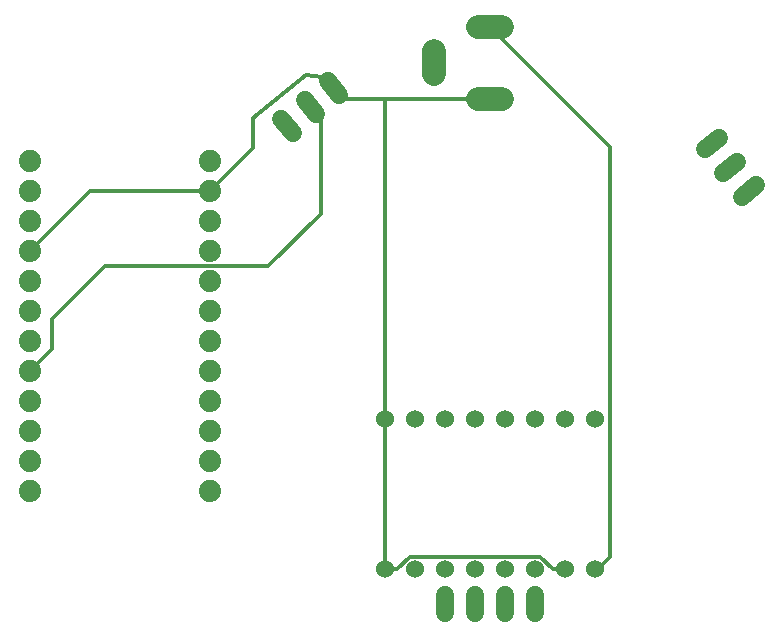
<source format=gbr>
G04 EAGLE Gerber RS-274X export*
G75*
%MOMM*%
%FSLAX34Y34*%
%LPD*%
%INBottom Copper*%
%IPPOS*%
%AMOC8*
5,1,8,0,0,1.08239X$1,22.5*%
G01*
%ADD10C,1.879600*%
%ADD11C,1.524000*%
%ADD12C,2.000000*%
%ADD13C,1.524000*%
%ADD14C,0.304800*%


D10*
X-389890Y132080D03*
X-389890Y106680D03*
X-389890Y81280D03*
X-389890Y55880D03*
X-389890Y30480D03*
X-389890Y5080D03*
X-389890Y-20320D03*
X-389890Y-45720D03*
X-389890Y-71120D03*
X-389890Y-96520D03*
X-389890Y-121920D03*
X-389890Y-147320D03*
X-237490Y-147320D03*
X-237490Y-121920D03*
X-237490Y-96520D03*
X-237490Y-71120D03*
X-237490Y-45720D03*
X-237490Y-20320D03*
X-237490Y5080D03*
X-237490Y30480D03*
X-237490Y55880D03*
X-237490Y81280D03*
X-237490Y106680D03*
X-237490Y132080D03*
D11*
X88900Y-86360D03*
X63500Y-86360D03*
X38100Y-86360D03*
X12700Y-86360D03*
X-12700Y-86360D03*
X-38100Y-86360D03*
X-63500Y-86360D03*
X-88900Y-86360D03*
X-88900Y-213360D03*
X-63500Y-213360D03*
X-38100Y-213360D03*
X-12700Y-213360D03*
X12700Y-213360D03*
X38100Y-213360D03*
X63500Y-213360D03*
X88900Y-213360D03*
D12*
X10000Y184900D02*
X-10000Y184900D01*
X-10000Y245900D02*
X10000Y245900D01*
X-48000Y225900D02*
X-48000Y205900D01*
D13*
X212790Y102276D02*
X224816Y111638D01*
X209213Y131681D02*
X197187Y122319D01*
X181584Y142362D02*
X193610Y151724D01*
X38100Y-234950D02*
X38100Y-250190D01*
X12700Y-250190D02*
X12700Y-234950D01*
X-12700Y-234950D02*
X-12700Y-250190D01*
X-38100Y-250190D02*
X-38100Y-234950D01*
X-127918Y187991D02*
X-137571Y199785D01*
X-157226Y183697D02*
X-147574Y171903D01*
X-167229Y155815D02*
X-176882Y167609D01*
D14*
X-88900Y-86360D02*
X-88900Y-213360D01*
X-200636Y168678D02*
X-156131Y205105D01*
X-200636Y143534D02*
X-237490Y106680D01*
X-200636Y143534D02*
X-200636Y168678D01*
X-142612Y203755D02*
X-132744Y193888D01*
X-142612Y203755D02*
X-156131Y205105D01*
X-237490Y106680D02*
X-339090Y106680D01*
X-389890Y55880D01*
X-88900Y-213360D02*
X-78587Y-213360D01*
X53187Y-213360D02*
X63500Y-213360D01*
X-67919Y-202692D02*
X-78587Y-213360D01*
X42519Y-202692D02*
X53187Y-213360D01*
X42519Y-202692D02*
X-67919Y-202692D01*
X-88900Y184900D02*
X0Y184900D01*
X-88900Y184900D02*
X-123757Y184900D01*
X-132744Y193888D01*
X-88900Y184900D02*
X-88900Y-86360D01*
X-143475Y168875D02*
X-152400Y177800D01*
X-143475Y168875D02*
X-143475Y87737D01*
X-326390Y43434D02*
X-370840Y-1016D01*
X-370840Y-26670D01*
X-389890Y-45720D01*
X-326390Y43434D02*
X-187778Y43434D01*
X-143475Y87737D01*
X101600Y144325D02*
X101600Y-202692D01*
X90932Y-213360D01*
X88900Y-213360D01*
X101600Y144325D02*
X101545Y144355D01*
X0Y245900D01*
M02*

</source>
